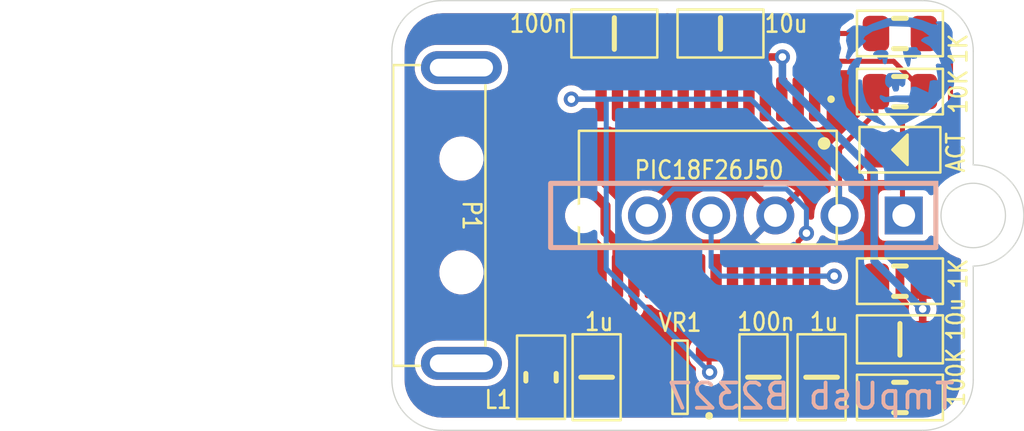
<source format=kicad_pcb>
(kicad_pcb (version 20221018) (generator pcbnew)
  (layers (0 "F.Cu" signal) (31 "B.Cu" signal) (34 "B.Paste" user) (35 "F.Paste" user) (36 "B.SilkS" user "B.Silkscreen") (37 "F.SilkS" user "F.Silkscreen") (38 "B.Mask" user) (39 "F.Mask" user) (44 "Edge.Cuts" user))
  (net 0 "")
  (net 1 "USB_5V")
  (net 2 "USB_D+")
  (net 3 "USB_D-")
  (net 4 "5V")
  (net 5 "GND")
  (net 6 "3V3")
  (net 7 "CAP")
  (net 8 "CAP_POWER")
  (net 9 "ICSP_VPP")
  (net 10 "PGC")
  (net 11 "PGD")
  (net 12 "VCAP")
  (net 13 "LED")
  (net 14 "LED'")
  (footprint "Medo64-SMD:R (0805)" (layer "F.Cu") (at 40.1 35.7)
    (fp_text reference "R4" hide)
    (fp_text value "100K" (at 1.8 -0.8 90 unlocked) (layer "F.SilkS") (effects (font (size 0.7 0.6) (thickness 0.1)) (justify top)))
    (fp_line (start -0.25 -0.6) (end 0.25 -0.6) (stroke (width 0.2)) (layer "F.SilkS"))
    (fp_line (start -0.25 0.6) (end 0.25 0.6) (stroke (width 0.2)) (layer "F.SilkS"))
    (fp_rect (start -1.7 -0.9) (end 1.7 0.9) (stroke (width 0.1)) (fill none) (layer "F.SilkS"))
    (pad "1" smd roundrect (at -0.95 0) (size 1.05 1.4) (layers "F.Cu" "F.Paste" "F.Mask") (net 5 "GND"))
    (pad "2" smd roundrect (at 0.95 0) (size 1.05 1.4) (layers "F.Cu" "F.Paste" "F.Mask") (net 7 "CAP"))
  )
  (footprint "Medo64-SMD:L (0805)" (layer "F.Cu") (at 25.9 34.9 -90)
    (fp_text reference "L1" (at 1.3 1.7 unlocked) (layer "F.SilkS") (effects (font (size 0.7 0.6) (thickness 0.1)) (justify bottom)))
    (fp_text value "40R" hide)
    (fp_line (start -0.15 -0.6) (end 0.15 -0.6) (stroke (width 0.2)) (layer "F.SilkS"))
    (fp_line (start -0.15 0.6) (end 0.15 0.6) (stroke (width 0.2)) (layer "F.SilkS"))
    (fp_rect (start -1.65 -0.95) (end 1.65 0.95) (stroke (width 0.1)) (fill none) (layer "F.SilkS"))
    (pad "1" smd roundrect (at -0.85 0 270) (size 1.05 1.4) (layers "F.Cu" "F.Paste" "F.Mask") (net 1 "USB_5V"))
    (pad "2" smd roundrect (at 0.85 0 270) (size 1.05 1.4) (layers "F.Cu" "F.Paste" "F.Mask") (net 4 "5V"))
  )
  (footprint "Medo64-SMD:R (0805)" (layer "F.Cu") (at 40.1 21.3)
    (fp_text reference "R1" hide)
    (fp_text value "1K" (at 1.9 0.6 90 unlocked) (layer "F.SilkS") (effects (font (size 0.7 0.6) (thickness 0.1)) (justify top)))
    (fp_line (start -0.25 -0.6) (end 0.25 -0.6) (stroke (width 0.2)) (layer "F.SilkS"))
    (fp_line (start -0.25 0.6) (end 0.25 0.6) (stroke (width 0.2)) (layer "F.SilkS"))
    (fp_rect (start -1.7 -0.9) (end 1.7 0.9) (stroke (width 0.1)) (fill none) (layer "F.SilkS"))
    (pad "1" smd roundrect (at -0.95 0) (size 1.05 1.4) (layers "F.Cu" "F.Paste" "F.Mask") (net 13 "LED"))
    (pad "2" smd roundrect (at 0.95 0) (size 1.05 1.4) (layers "F.Cu" "F.Paste" "F.Mask") (net 14 "LED'"))
  )
  (footprint "Medo64-SMD:DS (0805)" (layer "F.Cu") (at 40.1 25.9)
    (fp_text reference "DS1" hide)
    (fp_text value "ACT" (at 1.8 0.1 90 unlocked) (layer "F.SilkS") (effects (font (size 0.7 0.6) (thickness 0.1)) (justify top)))
    (fp_rect (start -1.6 -0.9) (end 1.6 0.9) (stroke (width 0.1)) (fill none) (layer "F.SilkS"))
    (fp_poly (pts (xy -0.3 0) (xy 0.3 -0.6) (xy 0.3 0.6)) (stroke (width 0.1)) (fill solid) (layer "F.SilkS"))
    (pad "A" smd roundrect (at 0.9 0) (size 1 1.4) (layers "F.Cu" "F.Paste" "F.Mask") (net 14 "LED'"))
    (pad "C" smd roundrect (at -0.9 0) (size 1 1.4) (layers "F.Cu" "F.Paste" "F.Mask") (net 5 "GND"))
  )
  (footprint "Medo64-SMD:C (0805)" (layer "F.Cu") (at 33 21.3 180)
    (fp_text reference "C5" hide)
    (fp_text value "10u" (at -2.6 0.8 unlocked) (layer "F.SilkS") (effects (font (size 0.7 0.6) (thickness 0.1)) (justify top)))
    (fp_line (start 0 -0.625) (end 0 0.625) (stroke (width 0.2)) (layer "F.SilkS"))
    (fp_rect (start -1.7 -0.95) (end 1.7 0.95) (stroke (width 0.1)) (fill none) (layer "F.SilkS"))
    (pad "1" smd roundrect (at -0.9 0 180) (size 1.15 1.45) (layers "F.Cu" "F.Paste" "F.Mask") (net 12 "VCAP"))
    (pad "2" smd roundrect (at 0.9 0 180) (size 1.15 1.45) (layers "F.Cu" "F.Paste" "F.Mask") (net 5 "GND"))
  )
  (footprint "Medo64-SMD:C (0805)" (layer "F.Cu") (at 34.7 34.9 90)
    (fp_text reference "C1" hide)
    (fp_text value "100n" (at 2.6 0.1 unlocked) (layer "F.SilkS") (effects (font (size 0.7 0.6) (thickness 0.1)) (justify top)))
    (fp_line (start 0 -0.625) (end 0 0.625) (stroke (width 0.2)) (layer "F.SilkS"))
    (fp_rect (start -1.7 -0.95) (end 1.7 0.95) (stroke (width 0.1)) (fill none) (layer "F.SilkS"))
    (pad "1" smd roundrect (at -0.9 0 90) (size 1.15 1.45) (layers "F.Cu" "F.Paste" "F.Mask") (net 5 "GND"))
    (pad "2" smd roundrect (at 0.9 0 90) (size 1.15 1.45) (layers "F.Cu" "F.Paste" "F.Mask") (net 6 "3V3"))
  )
  (footprint "Medo64-SMD:C (0805)" (layer "F.Cu") (at 28.1 34.9 90)
    (fp_text reference "C3" hide)
    (fp_text value "1u" (at 2.6 0.1 unlocked) (layer "F.SilkS") (effects (font (size 0.7 0.6) (thickness 0.1)) (justify top)))
    (fp_line (start 0 -0.625) (end 0 0.625) (stroke (width 0.2)) (layer "F.SilkS"))
    (fp_rect (start -1.7 -0.95) (end 1.7 0.95) (stroke (width 0.1)) (fill none) (layer "F.SilkS"))
    (pad "1" smd roundrect (at -0.9 0 90) (size 1.15 1.45) (layers "F.Cu" "F.Paste" "F.Mask") (net 4 "5V"))
    (pad "2" smd roundrect (at 0.9 0 90) (size 1.15 1.45) (layers "F.Cu" "F.Paste" "F.Mask") (net 5 "GND"))
  )
  (footprint "Medo64-SMD:P USB 2.0 (4w)" (layer "F.Cu") (at 22.75 28.5 -90)
    (fp_text reference "P1" (at 0 0 -90 unlocked) (layer "F.SilkS") (effects (font (size 0.7 0.6) (thickness 0.1)) (justify bottom)))
    (fp_text value "48037-2200" hide)
    (fp_line (start -5.95 1.65) (end -5.95 2.7) (stroke (width 0.1)) (layer "F.SilkS"))
    (fp_line (start -5.95 2.7) (end 5.95 2.7) (stroke (width 0.1)) (layer "F.SilkS"))
    (fp_line (start -5.15 -0.95) (end 5.15 -0.95) (stroke (width 0.1)) (layer "F.SilkS"))
    (fp_line (start 5.95 1.65) (end 5.95 2.7) (stroke (width 0.1)) (layer "F.SilkS"))
    (pad "" np_thru_hole oval (at -5.85 0 270) (size 1.3 3.2) (drill oval 0.7 2.5) (layers "F&B.Cu" "*.Mask"))
    (pad "" np_thru_hole circle (at -2.25 0 270) (size 1.25 1.25) (drill 1.25) (layers "F&B.Cu" "*.Mask"))
    (pad "" np_thru_hole circle (at 2.25 0 270) (size 1.25 1.25) (drill 1.25) (layers "F&B.Cu" "*.Mask"))
    (pad "" np_thru_hole oval (at 5.85 0 270) (size 1.3 3.2) (drill oval 0.7 2.5) (layers "F&B.Cu" "*.Mask"))
    (pad "1" smd roundrect (at 3.5 -2.6 270) (size 1.2 2) (layers "F.Cu" "F.Paste" "F.Mask") (net 1 "USB_5V"))
    (pad "2" smd roundrect (at 1 -2.6 270) (size 1.2 2) (layers "F.Cu" "F.Paste" "F.Mask") (net 3 "USB_D-"))
    (pad "3" smd roundrect (at -1 -2.6 270) (size 1.2 2) (layers "F.Cu" "F.Paste" "F.Mask") (net 2 "USB_D+"))
    (pad "4" smd roundrect (at -3.5 -2.6 270) (size 1.2 2) (layers "F.Cu" "F.Paste" "F.Mask") (net 5 "GND"))
  )
  (footprint "Medo64-SMD:C (0805)" (layer "F.Cu") (at 40.1 33.4)
    (fp_text reference "C6" hide)
    (fp_text value "10u" (at 1.8 -0.8 90 unlocked) (layer "F.SilkS") (effects (font (size 0.7 0.6) (thickness 0.1)) (justify top)))
    (fp_line (start 0 -0.625) (end 0 0.625) (stroke (width 0.2)) (layer "F.SilkS"))
    (fp_rect (start -1.7 -0.95) (end 1.7 0.95) (stroke (width 0.1)) (fill none) (layer "F.SilkS"))
    (pad "1" smd roundrect (at -0.9 0) (size 1.15 1.45) (layers "F.Cu" "F.Paste" "F.Mask") (net 5 "GND"))
    (pad "2" smd roundrect (at 0.9 0) (size 1.15 1.45) (layers "F.Cu" "F.Paste" "F.Mask") (net 7 "CAP"))
  )
  (footprint "Medo64-SMD:VR LDO MCP1700 (SOT23-3)" (layer "F.Cu") (at 31.4 34.9 90)
    (fp_text reference "VR1" (at 1.75 0 unlocked) (layer "F.SilkS") (effects (font (size 0.7 0.6) (thickness 0.1)) (justify bottom)))
    (fp_text value "MCP1700" hide)
    (fp_rect (start -1.45 -0.3) (end 1.45 0.3) (stroke (width 0.1)) (fill none) (layer "F.SilkS"))
    (fp_circle (center -1.525 1.15) (end -1.425 1.15) (stroke (width 0.1)) (fill solid) (layer "F.SilkS"))
    (pad "1" smd roundrect (at -0.95 1.15 90) (size 0.65 1.05) (layers "F.Cu" "F.Paste" "F.Mask") (net 5 "GND"))
    (pad "2" smd roundrect (at 0.95 1.15 90) (size 0.65 1.05) (layers "F.Cu" "F.Paste" "F.Mask") (net 6 "3V3"))
    (pad "3" smd roundrect (at 0 -1.15 90) (size 0.65 1.05) (layers "F.Cu" "F.Paste" "F.Mask") (net 4 "5V"))
  )
  (footprint "Medo64-SMD:C (0805)" (layer "F.Cu") (at 37 34.9 90)
    (fp_text reference "C4" hide)
    (fp_text value "1u" (at 2.6 0.1 unlocked) (layer "F.SilkS") (effects (font (size 0.7 0.6) (thickness 0.1)) (justify top)))
    (fp_line (start 0 -0.625) (end 0 0.625) (stroke (width 0.2)) (layer "F.SilkS"))
    (fp_rect (start -1.7 -0.95) (end 1.7 0.95) (stroke (width 0.1)) (fill none) (layer "F.SilkS"))
    (pad "1" smd roundrect (at -0.9 0 90) (size 1.15 1.45) (layers "F.Cu" "F.Paste" "F.Mask") (net 5 "GND"))
    (pad "2" smd roundrect (at 0.9 0 90) (size 1.15 1.45) (layers "F.Cu" "F.Paste" "F.Mask") (net 6 "3V3"))
  )
  (footprint "Medo64-SMD:R (0805)" (layer "F.Cu") (at 40.1 23.6)
    (fp_text reference "R3" hide)
    (fp_text value "10K" (at 1.9 0 90 unlocked) (layer "F.SilkS") (effects (font (size 0.7 0.6) (thickness 0.1)) (justify top)))
    (fp_line (start -0.25 -0.6) (end 0.25 -0.6) (stroke (width 0.2)) (layer "F.SilkS"))
    (fp_line (start -0.25 0.6) (end 0.25 0.6) (stroke (width 0.2)) (layer "F.SilkS"))
    (fp_rect (start -1.7 -0.9) (end 1.7 0.9) (stroke (width 0.1)) (fill none) (layer "F.SilkS"))
    (pad "1" smd roundrect (at -0.95 0) (size 1.05 1.4) (layers "F.Cu" "F.Paste" "F.Mask") (net 6 "3V3"))
    (pad "2" smd roundrect (at 0.95 0) (size 1.05 1.4) (layers "F.Cu" "F.Paste" "F.Mask") (net 9 "ICSP_VPP"))
  )
  (footprint "Medo64-SMD:U Micro PIC18F26J50 (SSOP-28)" (layer "F.Cu") (at 32.5 27.4 -90)
    (fp_text reference "U1" hide)
    (fp_text value "PIC18F26J50" (at -0.7 -0.05 unlocked) (layer "F.SilkS") (effects (font (size 0.7 0.6) (thickness 0.1))))
    (fp_rect (start -2.25 -5.1) (end 2.25 5.1) (stroke (width 0.1)) (fill none) (layer "F.SilkS"))
    (fp_circle (center -3.5 -4.875) (end -3.4 -4.875) (stroke (width 0.1)) (fill solid) (layer "F.SilkS"))
    (fp_circle (center -1.75 -4.6) (end -1.55 -4.6) (stroke (width 0.1)) (fill solid) (layer "F.SilkS"))
    (pad "1" smd roundrect (at -3.5 -4.225 270) (size 1.75 0.45) (layers "F.Cu" "F.Paste" "F.Mask") (net 9 "ICSP_VPP"))
    (pad "2" smd roundrect (at -3.5 -3.575 270) (size 1.75 0.45) (layers "F.Cu" "F.Paste" "F.Mask") (net 13 "LED"))
    (pad "3" smd roundrect (at -3.5 -2.925 270) (size 1.75 0.45) (layers "F.Cu" "F.Paste" "F.Mask"))
    (pad "4" smd roundrect (at -3.5 -2.275 270) (size 1.75 0.45) (layers "F.Cu" "F.Paste" "F.Mask"))
    (pad "5" smd roundrect (at -3.5 -1.625 270) (size 1.75 0.45) (layers "F.Cu" "F.Paste" "F.Mask") (net 7 "CAP"))
    (pad "6" smd roundrect (at -3.5 -0.975 270) (size 1.75 0.45) (layers "F.Cu" "F.Paste" "F.Mask") (net 12 "VCAP"))
    (pad "7" smd roundrect (at -3.5 -0.325 270) (size 1.75 0.45) (layers "F.Cu" "F.Paste" "F.Mask"))
    (pad "8" smd roundrect (at -3.5 0.325 270) (size 1.75 0.45) (layers "F.Cu" "F.Paste" "F.Mask") (net 5 "GND"))
    (pad "9" smd roundrect (at -3.5 0.975 270) (size 1.75 0.45) (layers "F.Cu" "F.Paste" "F.Mask"))
    (pad "10" smd roundrect (at -3.5 1.625 270) (size 1.75 0.45) (layers "F.Cu" "F.Paste" "F.Mask"))
    (pad "11" smd roundrect (at -3.5 2.275 270) (size 1.75 0.45) (layers "F.Cu" "F.Paste" "F.Mask"))
    (pad "12" smd roundrect (at -3.5 2.925 270) (size 1.75 0.45) (layers "F.Cu" "F.Paste" "F.Mask"))
    (pad "13" smd roundrect (at -3.5 3.575 270) (size 1.75 0.45) (layers "F.Cu" "F.Paste" "F.Mask"))
    (pad "14" smd roundrect (at -3.5 4.225 270) (size 1.75 0.45) (layers "F.Cu" "F.Paste" "F.Mask") (net 6 "3V3"))
    (pad "15" smd roundrect (at 3.5 4.225 270) (size 1.75 0.45) (layers "F.Cu" "F.Paste" "F.Mask") (net 3 "USB_D-"))
    (pad "16" smd roundrect (at 3.5 3.575 270) (size 1.75 0.45) (layers "F.Cu" "F.Paste" "F.Mask") (net 2 "USB_D+"))
    (pad "17" smd roundrect (at 3.5 2.925 270) (size 1.75 0.45) (layers "F.Cu" "F.Paste" "F.Mask") (net 1 "USB_5V"))
    (pad "18" smd roundrect (at 3.5 2.275 270) (size 1.75 0.45) (layers "F.Cu" "F.Paste" "F.Mask"))
    (pad "19" smd roundrect (at 3.5 1.625 270) (size 1.75 0.45) (layers "F.Cu" "F.Paste" "F.Mask") (net 5 "GND"))
    (pad "20" smd roundrect (at 3.5 0.975 270) (size 1.75 0.45) (layers "F.Cu" "F.Paste" "F.Mask") (net 6 "3V3"))
    (pad "21" smd roundrect (at 3.5 0.325 270) (size 1.75 0.45) (layers "F.Cu" "F.Paste" "F.Mask"))
    (pad "22" smd roundrect (at 3.5 -0.325 270) (size 1.75 0.45) (layers "F.Cu" "F.Paste" "F.Mask"))
    (pad "23" smd roundrect (at 3.5 -0.975 270) (size 1.75 0.45) (layers "F.Cu" "F.Paste" "F.Mask"))
    (pad "24" smd roundrect (at 3.5 -1.625 270) (size 1.75 0.45) (layers "F.Cu" "F.Paste" "F.Mask") (net 8 "CAP_POWER"))
    (pad "25" smd roundrect (at 3.5 -2.275 270) (size 1.75 0.45) (layers "F.Cu" "F.Paste" "F.Mask"))
    (pad "26" smd roundrect (at 3.5 -2.925 270) (size 1.75 0.45) (layers "F.Cu" "F.Paste" "F.Mask"))
    (pad "27" smd roundrect (at 3.5 -3.575 270) (size 1.75 0.45) (layers "F.Cu" "F.Paste" "F.Mask") (net 10 "PGC"))
    (pad "28" smd roundrect (at 3.5 -4.225 270) (size 1.75 0.45) (layers "F.Cu" "F.Paste" "F.Mask") (net 11 "PGD"))
  )
  (footprint "Medo64-SMD:C (0805)" (layer "F.Cu") (at 28.8 21.3)
    (fp_text reference "C2" hide)
    (fp_text value "100n" (at -3 -0.8 unlocked) (layer "F.SilkS") (effects (font (size 0.7 0.6) (thickness 0.1)) (justify top)))
    (fp_line (start 0 -0.625) (end 0 0.625) (stroke (width 0.2)) (layer "F.SilkS"))
    (fp_rect (start -1.7 -0.95) (end 1.7 0.95) (stroke (width 0.1)) (fill none) (layer "F.SilkS"))
    (pad "1" smd roundrect (at -0.9 0) (size 1.15 1.45) (layers "F.Cu" "F.Paste" "F.Mask") (net 6 "3V3"))
    (pad "2" smd roundrect (at 0.9 0) (size 1.15 1.45) (layers "F.Cu" "F.Paste" "F.Mask") (net 5 "GND"))
  )
  (footprint "Medo64-SMD:R (0805)" (layer "F.Cu") (at 40.1 31.1)
    (fp_text reference "R2" hide)
    (fp_text value "1K" (at 1.9 -0.3 90 unlocked) (layer "F.SilkS") (effects (font (size 0.7 0.6) (thickness 0.1)) (justify top)))
    (fp_line (start -0.25 -0.6) (end 0.25 -0.6) (stroke (width 0.2)) (layer "F.SilkS"))
    (fp_line (start -0.25 0.6) (end 0.25 0.6) (stroke (width 0.2)) (layer "F.SilkS"))
    (fp_rect (start -1.7 -0.9) (end 1.7 0.9) (stroke (width 0.1)) (fill none) (layer "F.SilkS"))
    (pad "1" smd roundrect (at -0.95 0) (size 1.05 1.4) (layers "F.Cu" "F.Paste" "F.Mask") (net 8 "CAP_POWER"))
    (pad "2" smd roundrect (at 0.95 0) (size 1.05 1.4) (layers "F.Cu" "F.Paste" "F.Mask") (net 7 "CAP"))
  )
  (footprint "Medo64-SMD:Z Icon [Medo64]" (layer "B.Cu") (at 40.1 22.8 180)
    (fp_text reference "Z?" hide)
    (fp_text value "Medo64" hide)
    (fp_poly (pts (xy 0.569 0.353) (xy 0.506 0.707) (xy 0.554 0.778) (xy 0.719 0.8) (xy 0.885 0.786) (xy 0.979 0.733) (xy 1.012 0.682) (xy 0.902 0.659) (xy 0.892 0.612) (xy 0.793 0.5) (xy 0.659 0.583) (xy 0.647 0.581) (xy 0.632 0.391) (xy 0.622 0.353) (xy 0.592 0.334)) (stroke (width 0.1)) (fill solid) (layer "B.Cu"))
    (fp_poly (pts (xy -0.347 0.253) (xy -0.412 0.648) (xy -0.502 0.544) (xy -0.626 0.56) (xy -0.646 0.595) (xy -0.654 0.695) (xy -0.79 0.696) (xy -0.777 0.752) (xy -0.709 0.806) (xy -0.594 0.838) (xy -0.594 0.861) (xy -0.645 0.874) (xy -0.654 0.893) (xy -0.626 0.915) (xy -0.491 0.913) (xy -0.267 0.874) (xy -0.168 0.787) (xy -0.23 0.486) (xy -0.331 0.233) (xy -0.339 0.24)) (stroke (width 0.1)) (fill solid) (layer "B.Cu"))
    (fp_poly (pts (xy 0.115 -0.742) (xy 0.0899 -0.706) (xy 0.0781 -0.566) (xy 0.0622 -0.52) (xy 0.00798 -0.502) (xy -0.097 -0.566) (xy -0.155 -0.508) (xy -0.174 -0.31) (xy -0.101 -0.133) (xy -0.0361 -0.108) (xy 0.168 -0.103) (xy 0.347 -0.109) (xy 0.44 -0.12) (xy 0.515 -0.205) (xy 0.54 -0.36) (xy 0.533 -0.466) (xy 0.5 -0.535) (xy 0.431 -0.596) (xy 0.384 -0.562) (xy 0.365 -0.53) (xy 0.342 -0.512) (xy 0.286 -0.53) (xy 0.257 -0.652) (xy 0.212 -0.749)) (stroke (width 0.1)) (fill solid) (layer "B.Cu"))
    (fp_poly (pts (xy 1.137 -1.588) (xy 1.377 -1.227) (xy 1.493 -0.853) (xy 1.544 -0.455) (xy 1.551 -0.378) (xy 1.595 -0.367) (xy 1.649 -0.379) (xy 1.781 -0.45) (xy 1.801 -0.39) (xy 1.761 -0.0848) (xy 1.586 0.417) (xy 1.555 0.511) (xy 1.55 0.558) (xy 1.648 0.527) (xy 1.79 0.423) (xy 1.958 0.207) (xy 2.045 -0.013) (xy 2.05 -0.076) (xy 1.964 -0.0819) (xy 1.999 -0.548) (xy 1.973 -0.89) (xy 1.846 -1.245) (xy 1.444 -1.662) (xy 1.007 -1.949) (xy 0.62 -2.1)) (stroke (width 0.1)) (fill solid) (layer "B.Cu"))
    (fp_poly (pts (xy -0.162 -2.027) (xy -1.067 -1.539) (xy -1.715 -0.923) (xy -1.847 -0.71) (xy -1.921 -0.519) (xy -2.079 -0.567) (xy -2.095 -0.469) (xy -2.062 -0.0937) (xy -1.952 0.314) (xy -1.982 0.367) (xy -2.06 0.354) (xy -2.077 0.422) (xy -1.93 0.912) (xy -2.032 1.227) (xy -2.034 1.544) (xy -1.998 1.647) (xy -1.903 1.796) (xy -1.782 1.9) (xy -1.695 1.941) (xy -1.468 1.93) (xy -1.663 1.801) (xy -1.722 1.753) (xy -1.784 1.659) (xy -1.735 1.66) (xy -1.576 1.778) (xy -1.371 1.817) (xy -1.254 1.827) (xy -1.134 1.877) (xy -0.852 1.987) (xy -0.528 2.073) (xy -0.0731 2.1) (xy 0.509 2.05) (xy 1.073 1.842) (xy 1.317 1.73) (xy 1.649 1.779) (xy 1.837 1.763) (xy 2.065 1.59) (xy 1.802 1.633) (xy 1.67 1.615) (xy 1.959 1.505) (xy 2.067 1.378) (xy 2.085 1.212) (xy 2.009 0.915) (xy 2.099 0.563) (xy 2.055 0.501) (xy 1.891 0.746) (xy 1.396 1.198) (xy 1.522 1.254) (xy 1.413 1.428) (xy 1.101 1.627) (xy 0.403 1.839) (xy -0.366 1.813) (xy -0.919 1.642) (xy -1.209 1.43) (xy -1.227 1.366) (xy -0.981 1.3) (xy -0.886 1.23) (xy -1.21 1.035) (xy -1.558 0.628) (xy -1.682 0.293) (xy -1.663 0.238) (xy -1.492 0.262) (xy -1.468 0.242) (xy -1.547 -0.268) (xy -1.529 -0.375) (xy -1.464 -0.408) (xy -1.339 -0.39) (xy -1.231 -0.419) (xy -1.16 -0.905) (xy -0.625 -0.656) (xy -0.494 -0.655) (xy -0.414 -1.002) (xy 0.18 -1.002) (xy 0.561 -1.064) (xy 0.751 -0.985) (xy 0.746 -1.053) (xy 0.624 -1.17) (xy 0.142 -1.154) (xy -0.23 -1.188) (xy -0.449 -1.178) (xy -0.342 -1.347) (xy -0.189 -1.45) (xy -0.0588 -1.5) (xy 0.291 -1.511) (xy 0.537 -1.463) (xy 0.568 -1.475) (xy 0.523 -1.584) (xy 0.188 -1.888) (xy 0.0332 -2.1)) (stroke (width 0.1)) (fill solid) (layer "B.Cu"))
  )
  (footprint "Medo64-THD:J ICSP PIC Pogo (6w)" (layer "B.Cu") (at 33.9 28.5 180)
    (fp_text reference "" hide)
    (fp_text value "J ICSP PIC Pogo (6w)" hide)
    (fp_rect (start -7.62 1.27) (end 7.62 -1.27) (stroke (width 0.2)) (fill none) (layer "B.SilkS"))
    (pad "" np_thru_hole circle (at 6.35 0 180) (size 0.9 0.9) (drill 0.9) (layers "F&B.Cu" "*.Mask"))
    (pad "1" thru_hole rect (at -6.35 0 180) (size 1.5 1.5) (drill 0.9) (layers "*.Cu" "*.Mask") (net 9 "ICSP_VPP"))
    (pad "2" thru_hole circle (at -3.81 0 180) (size 1.5 1.5) (drill 0.9) (layers "*.Cu" "*.Mask") (net 6 "3V3"))
    (pad "3" thru_hole circle (at -1.27 0 180) (size 1.5 1.5) (drill 0.9) (layers "*.Cu" "*.Mask") (net 5 "GND"))
    (pad "4" thru_hole circle (at 1.27 0 180) (size 1.5 1.5) (drill 0.9) (layers "*.Cu" "*.Mask") (net 11 "PGD"))
    (pad "5" thru_hole circle (at 3.81 0 180) (size 1.5 1.5) (drill 0.9) (layers "*.Cu" "*.Mask") (net 10 "PGC"))
  )
  (gr_arc (start 43 35) (mid 42.414214 36.414214) (end 41 37) (stroke (width 0.05)) (layer "Edge.Cuts"))
  (gr_arc (start 22 37) (mid 20.585786 36.414214) (end 20 35) (stroke (width 0.05)) (layer "Edge.Cuts"))
  (gr_arc (start 43 26.5) (mid 45 28.5) (end 43 30.5) (stroke (width 0.05)) (layer "Edge.Cuts"))
  (gr_arc (start 20 22) (mid 20.585786 20.585786) (end 22 20) (stroke (width 0.05)) (layer "Edge.Cuts"))
  (gr_line (start 43 30.5) (end 43 35) (stroke (width 0.05)) (layer "Edge.Cuts"))
  (gr_line (start 43 22) (end 43 26.5) (stroke (width 0.05)) (layer "Edge.Cuts"))
  (gr_circle (center 43 28.5) (end 44.275 28.5) (stroke (width 0.05)) (fill none) (layer "Edge.Cuts"))
  (gr_line (start 20 22) (end 20 35) (stroke (width 0.05)) (layer "Edge.Cuts"))
  (gr_line (start 22 37) (end 41 37) (stroke (width 0.05)) (layer "Edge.Cuts"))
  (gr_arc (start 41 20) (mid 42.414214 20.585786) (end 43 22) (stroke (width 0.05)) (layer "Edge.Cuts"))
  (gr_line (start 22 20) (end 41 20) (stroke (width 0.05)) (layer "Edge.Cuts"))
  (gr_text "TmpUsb B2327" (at 42.352 36.238) (layer "B.SilkS") (effects (font (size 1 1)) (justify left bottom mirror)))
  (segment (start 25.3 32) (end 25.3 33.65) (width 0.2) (layer "F.Cu") (net 1))
  (segment (start 25.3 33.65) (end 25.8 34.15) (width 0.2) (layer "F.Cu") (net 1))
  (segment (start 29.56 32.16) (end 29.56 30.99) (width 0.3) (layer "F.Cu") (net 1))
  (segment (start 25.77 32.42) (end 29.3 32.42) (width 0.3) (layer "F.Cu") (net 1))
  (segment (start 29.3 32.42) (end 29.56 32.16) (width 0.3) (layer "F.Cu") (net 1))
  (segment (start 27.922792 27.6) (end 25.4 27.6) (width 0.4) (layer "F.Cu") (net 2))
  (segment (start 28.45 29.14) (end 28.45 28.127208) (width 0.4) (layer "F.Cu") (net 2))
  (segment (start 28.925 29.615) (end 28.45 29.14) (width 0.4) (layer "F.Cu") (net 2))
  (segment (start 28.45 28.127208) (end 27.922792 27.6) (width 0.4) (layer "F.Cu") (net 2))
  (segment (start 28.925 30.5) (end 28.925 29.615) (width 0.4) (layer "F.Cu") (net 2))
  (segment (start 27.91 29.5) (end 28.275 29.865) (width 0.4) (layer "F.Cu") (net 3))
  (segment (start 25.3 29.5) (end 27.91 29.5) (width 0.4) (layer "F.Cu") (net 3))
  (segment (start 28.275 29.865) (end 28.275 30.5) (width 0.4) (layer "F.Cu") (net 3))
  (segment (start 29.35 35.8) (end 30.25 34.9) (width 0.2) (layer "F.Cu") (net 4))
  (segment (start 25.8 35.75) (end 28.05 35.75) (width 0.2) (layer "F.Cu") (net 4))
  (segment (start 28.1 35.8) (end 29.35 35.8) (width 0.2) (layer "F.Cu") (net 4))
  (segment (start 38.9 29.22) (end 40.1 30.42) (width 0.2) (layer "F.Cu") (net 5))
  (segment (start 37 35.8) (end 39.05 35.8) (width 0.2) (layer "F.Cu") (net 5))
  (segment (start 27.9 25.5) (end 27.4 25) (width 0.2) (layer "F.Cu") (net 5))
  (segment (start 32.175 23.5) (end 32.175 21.375) (width 0.2) (layer "F.Cu") (net 5))
  (segment (start 32.175 25.505) (end 35.17 28.5) (width 0.2) (layer "F.Cu") (net 5))
  (segment (start 31.28 35.85) (end 32.55 35.85) (width 0.2) (layer "F.Cu") (net 5))
  (segment (start 30.875 30.9) (end 30.875 30.091637) (width 0.2) (layer "F.Cu") (net 5))
  (segment (start 30.875 34) (end 28.1 34) (width 0.2) (layer "F.Cu") (net 5))
  (segment (start 30.875 30.9) (end 30.875 34) (width 0.2) (layer "F.Cu") (net 5))
  (segment (start 28.1 34) (end 31.28 34) (width 0.2) (layer "F.Cu") (net 5))
  (segment (start 31.28 34) (end 31.28 35.85) (width 0.2) (layer "F.Cu") (net 5))
  (segment (start 32.175 23.9) (end 32.175 25.5) (width 0.2) (layer "F.Cu") (net 5))
  (segment (start 30.875 30.091637) (end 31.416637 29.55) (width 0.2) (layer "F.Cu") (net 5))
  (segment (start 32.55 35.85) (end 34.65 35.85) (width 0.2) (layer "F.Cu") (net 5))
  (segment (start 38.9 26.2) (end 38.9 29.22) (width 0.2) (layer "F.Cu") (net 5))
  (segment (start 34.7 35.8) (end 37 35.8) (width 0.2) (layer "F.Cu") (net 5))
  (segment (start 32.175 25.5) (end 27.9 25.5) (width 0.2) (layer "F.Cu") (net 5))
  (segment (start 32.175 23.9) (end 32.175 25.505) (width 0.2) (layer "F.Cu") (net 5))
  (segment (start 40.1 32.5) (end 39.2 33.4) (width 0.2) (layer "F.Cu") (net 5))
  (segment (start 39.2 33.4) (end 39.2 35.65) (width 0.2) (layer "F.Cu") (net 5))
  (segment (start 40.1 30.42) (end 40.1 32.5) (width 0.2) (layer "F.Cu") (net 5))
  (segment (start 34.12 29.55) (end 35.17 28.5) (width 0.2) (layer "F.Cu") (net 5))
  (segment (start 32.1 21.3) (end 29.7 21.3) (width 0.2) (layer "F.Cu") (net 5))
  (segment (start 31.416637 29.55) (end 34.12 29.55) (width 0.2) (layer "F.Cu") (net 5))
  (segment (start 27.4 25) (end 25.3 25) (width 0.2) (layer "F.Cu") (net 5))
  (segment (start 32.55 34.68) (end 32.57 34.7) (width 0.2) (layer "F.Cu") (net 6))
  (segment (start 28.275 23.5) (end 28.275 21.675) (width 0.2) (layer "F.Cu") (net 6))
  (segment (start 32.55 33.95) (end 32.55 33.09) (width 0.2) (layer "F.Cu") (net 6))
  (segment (start 31.525 32.065) (end 31.525 30.9) (width 0.2) (layer "F.Cu") (net 6))
  (segment (start 27.1 23.9) (end 28.275 23.9) (width 0.2) (layer "F.Cu") (net 6))
  (segment (start 32.55 33.09) (end 31.525 32.065) (width 0.2) (layer "F.Cu") (net 6))
  (segment (start 39.15 24.43) (end 39.15 23.6) (width 0.2) (layer "F.Cu") (net 6))
  (segment (start 34.7 34) (end 37 34) (width 0.2) (layer "F.Cu") (net 6))
  (segment (start 32.55 33.95) (end 32.55 34.68) (width 0.2) (layer "F.Cu") (net 6))
  (segment (start 37.71 28.5) (end 37.71 25.87) (width 0.2) (layer "F.Cu") (net 6))
  (segment (start 32.55 33.95) (end 34.65 33.95) (width 0.2) (layer "F.Cu") (net 6))
  (segment (start 37.71 25.87) (end 39.15 24.43) (width 0.2) (layer "F.Cu") (net 6))
  (via (at 32.57 34.7) (size 0.6) (drill 0.3) (layers "F.Cu" "B.Cu") (net 6))
  (via (at 27.1 23.9) (size 0.6) (drill 0.3) (layers "F.Cu" "B.Cu") (net 6))
  (segment (start 34.2 23.9) (end 37.71 27.41) (width 0.2) (layer "B.Cu") (net 6))
  (segment (start 28.48 23.9) (end 27.1 23.9) (width 0.2) (layer "B.Cu") (net 6))
  (segment (start 28.48 30.61) (end 28.48 23.9) (width 0.2) (layer "B.Cu") (net 6))
  (segment (start 32.57 34.7) (end 28.48 30.61) (width 0.2) (layer "B.Cu") (net 6))
  (segment (start 27.1 23.9) (end 34.2 23.9) (width 0.2) (layer "B.Cu") (net 6))
  (segment (start 37.71 27.41) (end 37.71 28.5) (width 0.2) (layer "B.Cu") (net 6))
  (segment (start 41 33.4) (end 41 31.15) (width 0.3) (layer "F.Cu") (net 7))
  (segment (start 41 32.2) (end 41 31.15) (width 0.3) (layer "F.Cu") (net 7))
  (segment (start 34.125 22.725) (end 34.125 23.9) (width 0.3) (layer "F.Cu") (net 7))
  (segment (start 34.62 22.23) (end 34.125 22.725) (width 0.3) (layer "F.Cu") (net 7))
  (segment (start 41.05 35.7) (end 41.05 33.45) (width 0.3) (layer "F.Cu") (net 7))
  (segment (start 35.45 22.23) (end 34.62 22.23) (width 0.3) (layer "F.Cu") (net 7))
  (via (at 41 32.2) (size 0.6) (drill 0.3) (layers "F.Cu" "B.Cu") (net 7))
  (via (at 35.45 22.23) (size 0.6) (drill 0.3) (layers "F.Cu" "B.Cu") (net 7))
  (segment (start 35.45 22.23) (end 35.45 23.15) (width 0.3) (layer "B.Cu") (net 7))
  (segment (start 39.08 30.3) (end 40.98 32.2) (width 0.3) (layer "B.Cu") (net 7))
  (segment (start 40.98 32.2) (end 41 32.2) (width 0.3) (layer "B.Cu") (net 7))
  (segment (start 35.45 23.15) (end 39.08 26.78) (width 0.3) (layer "B.Cu") (net 7))
  (segment (start 39.08 26.78) (end 39.08 30.3) (width 0.3) (layer "B.Cu") (net 7))
  (segment (start 34.35 32.4) (end 38.025 32.4) (width 0.2) (layer "F.Cu") (net 8))
  (segment (start 34.125 30.9) (end 34.125 32.175) (width 0.2) (layer "F.Cu") (net 8))
  (segment (start 38.025 32.4) (end 39.15 31.275) (width 0.2) (layer "F.Cu") (net 8))
  (segment (start 34.125 32.175) (end 34.35 32.4) (width 0.2) (layer "F.Cu") (net 8))
  (segment (start 41.05 23.6) (end 39.85 22.4) (width 0.2) (layer "F.Cu") (net 9))
  (segment (start 41.05 23.6) (end 40.2 24.45) (width 0.2) (layer "F.Cu") (net 9))
  (segment (start 36.725 22.875) (end 36.725 23.5) (width 0.2) (layer "F.Cu") (net 9))
  (segment (start 37.2 22.4) (end 36.725 22.875) (width 0.2) (layer "F.Cu") (net 9))
  (segment (start 39.85 22.4) (end 37.2 22.4) (width 0.2) (layer "F.Cu") (net 9))
  (segment (start 40.2 24.45) (end 40.2 28.45) (width 0.2) (layer "F.Cu") (net 9))
  (segment (start 36.4 29.2) (end 36.075 29.525) (width 0.2) (layer "F.Cu") (net 10))
  (segment (start 36.075 29.525) (end 36.075 30.9) (width 0.2) (layer "F.Cu") (net 10))
  (via (at 36.4 29.2) (size 0.6) (drill 0.3) (layers "F.Cu" "B.Cu") (net 10))
  (segment (start 35.604925 27.45) (end 31.14 27.45) (width 0.2) (layer "B.Cu") (net 10))
  (segment (start 36.4 29.2) (end 36.4 28.245075) (width 0.2) (layer "B.Cu") (net 10))
  (segment (start 31.14 27.45) (end 30.09 28.5) (width 0.2) (layer "B.Cu") (net 10))
  (segment (start 36.4 28.245075) (end 35.604925 27.45) (width 0.2) (layer "B.Cu") (net 10))
  (segment (start 37.5 30.9) (end 36.725 30.9) (width 0.2) (layer "F.Cu") (net 11))
  (via (at 37.5 30.9) (size 0.6) (drill 0.3) (layers "F.Cu" "B.Cu") (net 11))
  (segment (start 37.5 30.9) (end 33 30.9) (width 0.2) (layer "B.Cu") (net 11))
  (segment (start 33 30.9) (end 32.63 30.53) (width 0.2) (layer "B.Cu") (net 11))
  (segment (start 32.63 30.53) (end 32.63 28.5) (width 0.2) (layer "B.Cu") (net 11))
  (segment (start 33.475 23.5) (end 33.475 21.725) (width 0.2) (layer "F.Cu") (net 12))
  (segment (start 37.4 21.3) (end 39.15 21.3) (width 0.2) (layer "F.Cu") (net 13))
  (segment (start 36.075 23.9) (end 36.075 22.625) (width 0.2) (layer "F.Cu") (net 13))
  (segment (start 36.075 22.625) (end 37.4 21.3) (width 0.2) (layer "F.Cu") (net 13))
  (segment (start 42.1 22.5) (end 42.1 24.8) (width 0.2) (layer "F.Cu") (net 14))
  (segment (start 42.1 24.8) (end 41 25.9) (width 0.2) (layer "F.Cu") (net 14))
  (segment (start 41.05 21.45) (end 42.1 22.5) (width 0.2) (layer "F.Cu") (net 14))
  (zone (net 5) (net_name "GND") (layers "F&B.Cu") (connect_pads (clearance 0.25)) (min_thickness 0.25) (fill yes (thermal_gap 0.5) (thermal_bridge_width 0.25))
    (polygon (pts (xy 20 37) (xy 20 20) (xy 43 20) (xy 43 37)))
  )
)
</source>
